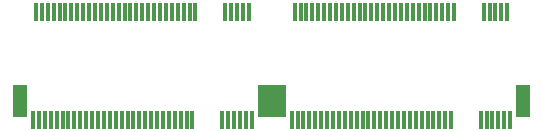
<source format=gtp>
G75*
%MOIN*%
%OFA0B0*%
%FSLAX25Y25*%
%IPPOS*%
%LPD*%
%AMOC8*
5,1,8,0,0,1.08239X$1,22.5*
%
%ADD10R,0.01181X0.06102*%
%ADD11R,0.04724X0.10827*%
D10*
X0021276Y0016551D03*
X0023244Y0016551D03*
X0025213Y0016551D03*
X0027181Y0016551D03*
X0029150Y0016551D03*
X0031118Y0016551D03*
X0033087Y0016551D03*
X0035055Y0016551D03*
X0037024Y0016551D03*
X0038992Y0016551D03*
X0040961Y0016551D03*
X0042929Y0016551D03*
X0044898Y0016551D03*
X0046866Y0016551D03*
X0048835Y0016551D03*
X0050803Y0016551D03*
X0052772Y0016551D03*
X0054740Y0016551D03*
X0056709Y0016551D03*
X0058677Y0016551D03*
X0060646Y0016551D03*
X0062614Y0016551D03*
X0064583Y0016551D03*
X0066551Y0016551D03*
X0068520Y0016551D03*
X0070488Y0016551D03*
X0072457Y0016551D03*
X0074425Y0016551D03*
X0084268Y0016551D03*
X0086236Y0016551D03*
X0088205Y0016551D03*
X0090173Y0016551D03*
X0092142Y0016551D03*
X0094110Y0016551D03*
X0107496Y0016551D03*
X0109465Y0016551D03*
X0111433Y0016551D03*
X0113402Y0016551D03*
X0115370Y0016551D03*
X0117339Y0016551D03*
X0119307Y0016551D03*
X0121276Y0016551D03*
X0123244Y0016551D03*
X0125213Y0016551D03*
X0127181Y0016551D03*
X0129150Y0016551D03*
X0131118Y0016551D03*
X0133087Y0016551D03*
X0135055Y0016551D03*
X0137024Y0016551D03*
X0138992Y0016551D03*
X0140961Y0016551D03*
X0142929Y0016551D03*
X0144898Y0016551D03*
X0146866Y0016551D03*
X0148835Y0016551D03*
X0150803Y0016551D03*
X0152772Y0016551D03*
X0154740Y0016551D03*
X0156709Y0016551D03*
X0158677Y0016551D03*
X0160646Y0016551D03*
X0170488Y0016551D03*
X0172457Y0016551D03*
X0174425Y0016551D03*
X0176394Y0016551D03*
X0178362Y0016551D03*
X0180331Y0016551D03*
X0179346Y0052378D03*
X0177378Y0052378D03*
X0175409Y0052378D03*
X0173441Y0052378D03*
X0171472Y0052378D03*
X0161630Y0052378D03*
X0159661Y0052378D03*
X0157693Y0052378D03*
X0155724Y0052378D03*
X0153756Y0052378D03*
X0151787Y0052378D03*
X0149819Y0052378D03*
X0147850Y0052378D03*
X0145882Y0052378D03*
X0143913Y0052378D03*
X0141945Y0052378D03*
X0139976Y0052378D03*
X0138008Y0052378D03*
X0136039Y0052378D03*
X0134071Y0052378D03*
X0132102Y0052378D03*
X0130134Y0052378D03*
X0128165Y0052378D03*
X0126197Y0052378D03*
X0124228Y0052378D03*
X0122260Y0052378D03*
X0120291Y0052378D03*
X0118323Y0052378D03*
X0116354Y0052378D03*
X0114386Y0052378D03*
X0112417Y0052378D03*
X0110449Y0052378D03*
X0108480Y0052378D03*
X0093126Y0052378D03*
X0091157Y0052378D03*
X0089189Y0052378D03*
X0087220Y0052378D03*
X0085252Y0052378D03*
X0075409Y0052378D03*
X0073441Y0052378D03*
X0071472Y0052378D03*
X0069504Y0052378D03*
X0067535Y0052378D03*
X0065567Y0052378D03*
X0063598Y0052378D03*
X0061630Y0052378D03*
X0059661Y0052378D03*
X0057693Y0052378D03*
X0055724Y0052378D03*
X0053756Y0052378D03*
X0051787Y0052378D03*
X0049819Y0052378D03*
X0047850Y0052378D03*
X0045882Y0052378D03*
X0043913Y0052378D03*
X0041945Y0052378D03*
X0039976Y0052378D03*
X0038008Y0052378D03*
X0036039Y0052378D03*
X0034071Y0052378D03*
X0032102Y0052378D03*
X0030134Y0052378D03*
X0028165Y0052378D03*
X0026197Y0052378D03*
X0024228Y0052378D03*
X0022260Y0052378D03*
D11*
X0016945Y0022654D03*
X0098441Y0022654D03*
X0103165Y0022654D03*
X0184661Y0022654D03*
M02*

</source>
